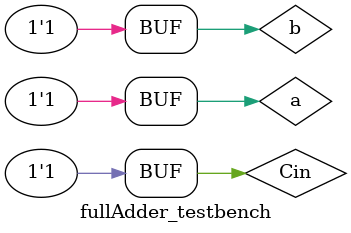
<source format=sv>
`timescale 10ps/1fs
module fullAdder (a, b, out, Cin, Cout);
	input logic a, b, Cin;
	output logic out, Cout;
	logic [2:0] w;
	
	xor #5 xor1 (out, a, b, Cin);
	and #5 and1 (w[0], a, b);
	and #5 and2 (w[1], a, Cin);
	and #5 and3 (w[2], b, Cin);
	or  #5 or1  (Cout, w[0], w[1], w[2]);
endmodule

module fullAdder_testbench();
	logic a, b, out, Cin, Cout;
	
	fullAdder dut (.a, .b, .out, .Cin, .Cout);
	
	initial begin
		a = 0; b = 0; Cin = 0; #100;
		a = 0; b = 0; Cin = 1; #100;
		a = 0; b = 1; Cin = 0; #100;
		a = 0; b = 1; Cin = 1; #100;
		a = 1; b = 0; Cin = 0; #100;
		a = 1; b = 0; Cin = 1; #100;
		a = 1; b = 1; Cin = 0; #100;
		a = 1; b = 1; Cin = 1; #100;
	end
endmodule
	
</source>
